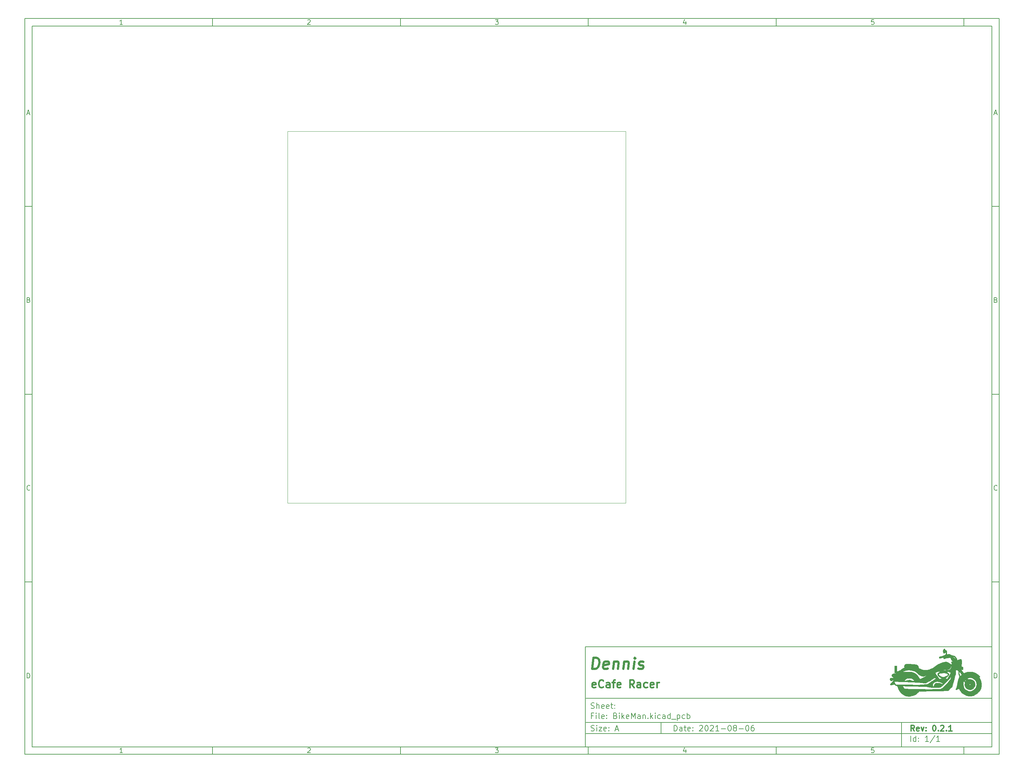
<source format=gbr>
%TF.GenerationSoftware,KiCad,Pcbnew,(5.99.0-11626-g43523df843)*%
%TF.CreationDate,2021-08-07T14:02:10-04:00*%
%TF.ProjectId,BikeMan,42696b65-4d61-46e2-9e6b-696361645f70,0.2.1*%
%TF.SameCoordinates,Original*%
%TF.FileFunction,Profile,NP*%
%FSLAX46Y46*%
G04 Gerber Fmt 4.6, Leading zero omitted, Abs format (unit mm)*
G04 Created by KiCad (PCBNEW (5.99.0-11626-g43523df843)) date 2021-08-07 14:02:10*
%MOMM*%
%LPD*%
G01*
G04 APERTURE LIST*
%ADD10C,0.100000*%
%ADD11C,0.150000*%
%ADD12C,0.300000*%
%ADD13C,0.600000*%
%ADD14C,0.400000*%
%TA.AperFunction,Profile*%
%ADD15C,0.100000*%
%TD*%
G04 APERTURE END LIST*
D10*
D11*
X159225488Y-177289968D02*
X159225488Y-203900024D01*
X267400024Y-203900024D01*
X267400024Y-177289968D01*
X159225488Y-177289968D01*
D10*
D11*
X10000000Y-10000000D02*
X10000000Y-205900000D01*
X269400000Y-205900000D01*
X269400000Y-10000000D01*
X10000000Y-10000000D01*
D10*
D11*
X12000000Y-12000000D02*
X12000000Y-203900000D01*
X267400000Y-203900000D01*
X267400000Y-12000000D01*
X12000000Y-12000000D01*
D10*
D11*
X60000000Y-12000000D02*
X60000000Y-10000000D01*
D10*
D11*
X110000000Y-12000000D02*
X110000000Y-10000000D01*
D10*
D11*
X160000000Y-12000000D02*
X160000000Y-10000000D01*
D10*
D11*
X210000000Y-12000000D02*
X210000000Y-10000000D01*
D10*
D11*
X260000000Y-12000000D02*
X260000000Y-10000000D01*
D10*
D11*
X36065476Y-11588095D02*
X35322619Y-11588095D01*
X35694047Y-11588095D02*
X35694047Y-10288095D01*
X35570238Y-10473809D01*
X35446428Y-10597619D01*
X35322619Y-10659523D01*
D10*
D11*
X85322619Y-10411904D02*
X85384523Y-10350000D01*
X85508333Y-10288095D01*
X85817857Y-10288095D01*
X85941666Y-10350000D01*
X86003571Y-10411904D01*
X86065476Y-10535714D01*
X86065476Y-10659523D01*
X86003571Y-10845238D01*
X85260714Y-11588095D01*
X86065476Y-11588095D01*
D10*
D11*
X135260714Y-10288095D02*
X136065476Y-10288095D01*
X135632142Y-10783333D01*
X135817857Y-10783333D01*
X135941666Y-10845238D01*
X136003571Y-10907142D01*
X136065476Y-11030952D01*
X136065476Y-11340476D01*
X136003571Y-11464285D01*
X135941666Y-11526190D01*
X135817857Y-11588095D01*
X135446428Y-11588095D01*
X135322619Y-11526190D01*
X135260714Y-11464285D01*
D10*
D11*
X185941666Y-10721428D02*
X185941666Y-11588095D01*
X185632142Y-10226190D02*
X185322619Y-11154761D01*
X186127380Y-11154761D01*
D10*
D11*
X236003571Y-10288095D02*
X235384523Y-10288095D01*
X235322619Y-10907142D01*
X235384523Y-10845238D01*
X235508333Y-10783333D01*
X235817857Y-10783333D01*
X235941666Y-10845238D01*
X236003571Y-10907142D01*
X236065476Y-11030952D01*
X236065476Y-11340476D01*
X236003571Y-11464285D01*
X235941666Y-11526190D01*
X235817857Y-11588095D01*
X235508333Y-11588095D01*
X235384523Y-11526190D01*
X235322619Y-11464285D01*
D10*
D11*
X60000000Y-203900000D02*
X60000000Y-205900000D01*
D10*
D11*
X110000000Y-203900000D02*
X110000000Y-205900000D01*
D10*
D11*
X160000000Y-203900000D02*
X160000000Y-205900000D01*
D10*
D11*
X210000000Y-203900000D02*
X210000000Y-205900000D01*
D10*
D11*
X260000000Y-203900000D02*
X260000000Y-205900000D01*
D10*
D11*
X36065476Y-205488095D02*
X35322619Y-205488095D01*
X35694047Y-205488095D02*
X35694047Y-204188095D01*
X35570238Y-204373809D01*
X35446428Y-204497619D01*
X35322619Y-204559523D01*
D10*
D11*
X85322619Y-204311904D02*
X85384523Y-204250000D01*
X85508333Y-204188095D01*
X85817857Y-204188095D01*
X85941666Y-204250000D01*
X86003571Y-204311904D01*
X86065476Y-204435714D01*
X86065476Y-204559523D01*
X86003571Y-204745238D01*
X85260714Y-205488095D01*
X86065476Y-205488095D01*
D10*
D11*
X135260714Y-204188095D02*
X136065476Y-204188095D01*
X135632142Y-204683333D01*
X135817857Y-204683333D01*
X135941666Y-204745238D01*
X136003571Y-204807142D01*
X136065476Y-204930952D01*
X136065476Y-205240476D01*
X136003571Y-205364285D01*
X135941666Y-205426190D01*
X135817857Y-205488095D01*
X135446428Y-205488095D01*
X135322619Y-205426190D01*
X135260714Y-205364285D01*
D10*
D11*
X185941666Y-204621428D02*
X185941666Y-205488095D01*
X185632142Y-204126190D02*
X185322619Y-205054761D01*
X186127380Y-205054761D01*
D10*
D11*
X236003571Y-204188095D02*
X235384523Y-204188095D01*
X235322619Y-204807142D01*
X235384523Y-204745238D01*
X235508333Y-204683333D01*
X235817857Y-204683333D01*
X235941666Y-204745238D01*
X236003571Y-204807142D01*
X236065476Y-204930952D01*
X236065476Y-205240476D01*
X236003571Y-205364285D01*
X235941666Y-205426190D01*
X235817857Y-205488095D01*
X235508333Y-205488095D01*
X235384523Y-205426190D01*
X235322619Y-205364285D01*
D10*
D11*
X10000000Y-60000000D02*
X12000000Y-60000000D01*
D10*
D11*
X10000000Y-110000000D02*
X12000000Y-110000000D01*
D10*
D11*
X10000000Y-160000000D02*
X12000000Y-160000000D01*
D10*
D11*
X10690476Y-35216666D02*
X11309523Y-35216666D01*
X10566666Y-35588095D02*
X11000000Y-34288095D01*
X11433333Y-35588095D01*
D10*
D11*
X11092857Y-84907142D02*
X11278571Y-84969047D01*
X11340476Y-85030952D01*
X11402380Y-85154761D01*
X11402380Y-85340476D01*
X11340476Y-85464285D01*
X11278571Y-85526190D01*
X11154761Y-85588095D01*
X10659523Y-85588095D01*
X10659523Y-84288095D01*
X11092857Y-84288095D01*
X11216666Y-84350000D01*
X11278571Y-84411904D01*
X11340476Y-84535714D01*
X11340476Y-84659523D01*
X11278571Y-84783333D01*
X11216666Y-84845238D01*
X11092857Y-84907142D01*
X10659523Y-84907142D01*
D10*
D11*
X11402380Y-135464285D02*
X11340476Y-135526190D01*
X11154761Y-135588095D01*
X11030952Y-135588095D01*
X10845238Y-135526190D01*
X10721428Y-135402380D01*
X10659523Y-135278571D01*
X10597619Y-135030952D01*
X10597619Y-134845238D01*
X10659523Y-134597619D01*
X10721428Y-134473809D01*
X10845238Y-134350000D01*
X11030952Y-134288095D01*
X11154761Y-134288095D01*
X11340476Y-134350000D01*
X11402380Y-134411904D01*
D10*
D11*
X10659523Y-185588095D02*
X10659523Y-184288095D01*
X10969047Y-184288095D01*
X11154761Y-184350000D01*
X11278571Y-184473809D01*
X11340476Y-184597619D01*
X11402380Y-184845238D01*
X11402380Y-185030952D01*
X11340476Y-185278571D01*
X11278571Y-185402380D01*
X11154761Y-185526190D01*
X10969047Y-185588095D01*
X10659523Y-185588095D01*
D10*
D11*
X269400000Y-60000000D02*
X267400000Y-60000000D01*
D10*
D11*
X269400000Y-110000000D02*
X267400000Y-110000000D01*
D10*
D11*
X269400000Y-160000000D02*
X267400000Y-160000000D01*
D10*
D11*
X268090476Y-35216666D02*
X268709523Y-35216666D01*
X267966666Y-35588095D02*
X268400000Y-34288095D01*
X268833333Y-35588095D01*
D10*
D11*
X268492857Y-84907142D02*
X268678571Y-84969047D01*
X268740476Y-85030952D01*
X268802380Y-85154761D01*
X268802380Y-85340476D01*
X268740476Y-85464285D01*
X268678571Y-85526190D01*
X268554761Y-85588095D01*
X268059523Y-85588095D01*
X268059523Y-84288095D01*
X268492857Y-84288095D01*
X268616666Y-84350000D01*
X268678571Y-84411904D01*
X268740476Y-84535714D01*
X268740476Y-84659523D01*
X268678571Y-84783333D01*
X268616666Y-84845238D01*
X268492857Y-84907142D01*
X268059523Y-84907142D01*
D10*
D11*
X268802380Y-135464285D02*
X268740476Y-135526190D01*
X268554761Y-135588095D01*
X268430952Y-135588095D01*
X268245238Y-135526190D01*
X268121428Y-135402380D01*
X268059523Y-135278571D01*
X267997619Y-135030952D01*
X267997619Y-134845238D01*
X268059523Y-134597619D01*
X268121428Y-134473809D01*
X268245238Y-134350000D01*
X268430952Y-134288095D01*
X268554761Y-134288095D01*
X268740476Y-134350000D01*
X268802380Y-134411904D01*
D10*
D11*
X268059523Y-185588095D02*
X268059523Y-184288095D01*
X268369047Y-184288095D01*
X268554761Y-184350000D01*
X268678571Y-184473809D01*
X268740476Y-184597619D01*
X268802380Y-184845238D01*
X268802380Y-185030952D01*
X268740476Y-185278571D01*
X268678571Y-185402380D01*
X268554761Y-185526190D01*
X268369047Y-185588095D01*
X268059523Y-185588095D01*
D10*
D11*
X182832142Y-199678571D02*
X182832142Y-198178571D01*
X183189285Y-198178571D01*
X183403571Y-198250000D01*
X183546428Y-198392857D01*
X183617857Y-198535714D01*
X183689285Y-198821428D01*
X183689285Y-199035714D01*
X183617857Y-199321428D01*
X183546428Y-199464285D01*
X183403571Y-199607142D01*
X183189285Y-199678571D01*
X182832142Y-199678571D01*
X184975000Y-199678571D02*
X184975000Y-198892857D01*
X184903571Y-198750000D01*
X184760714Y-198678571D01*
X184475000Y-198678571D01*
X184332142Y-198750000D01*
X184975000Y-199607142D02*
X184832142Y-199678571D01*
X184475000Y-199678571D01*
X184332142Y-199607142D01*
X184260714Y-199464285D01*
X184260714Y-199321428D01*
X184332142Y-199178571D01*
X184475000Y-199107142D01*
X184832142Y-199107142D01*
X184975000Y-199035714D01*
X185475000Y-198678571D02*
X186046428Y-198678571D01*
X185689285Y-198178571D02*
X185689285Y-199464285D01*
X185760714Y-199607142D01*
X185903571Y-199678571D01*
X186046428Y-199678571D01*
X187117857Y-199607142D02*
X186975000Y-199678571D01*
X186689285Y-199678571D01*
X186546428Y-199607142D01*
X186475000Y-199464285D01*
X186475000Y-198892857D01*
X186546428Y-198750000D01*
X186689285Y-198678571D01*
X186975000Y-198678571D01*
X187117857Y-198750000D01*
X187189285Y-198892857D01*
X187189285Y-199035714D01*
X186475000Y-199178571D01*
X187832142Y-199535714D02*
X187903571Y-199607142D01*
X187832142Y-199678571D01*
X187760714Y-199607142D01*
X187832142Y-199535714D01*
X187832142Y-199678571D01*
X187832142Y-198750000D02*
X187903571Y-198821428D01*
X187832142Y-198892857D01*
X187760714Y-198821428D01*
X187832142Y-198750000D01*
X187832142Y-198892857D01*
X189617857Y-198321428D02*
X189689285Y-198250000D01*
X189832142Y-198178571D01*
X190189285Y-198178571D01*
X190332142Y-198250000D01*
X190403571Y-198321428D01*
X190475000Y-198464285D01*
X190475000Y-198607142D01*
X190403571Y-198821428D01*
X189546428Y-199678571D01*
X190475000Y-199678571D01*
X191403571Y-198178571D02*
X191546428Y-198178571D01*
X191689285Y-198250000D01*
X191760714Y-198321428D01*
X191832142Y-198464285D01*
X191903571Y-198750000D01*
X191903571Y-199107142D01*
X191832142Y-199392857D01*
X191760714Y-199535714D01*
X191689285Y-199607142D01*
X191546428Y-199678571D01*
X191403571Y-199678571D01*
X191260714Y-199607142D01*
X191189285Y-199535714D01*
X191117857Y-199392857D01*
X191046428Y-199107142D01*
X191046428Y-198750000D01*
X191117857Y-198464285D01*
X191189285Y-198321428D01*
X191260714Y-198250000D01*
X191403571Y-198178571D01*
X192475000Y-198321428D02*
X192546428Y-198250000D01*
X192689285Y-198178571D01*
X193046428Y-198178571D01*
X193189285Y-198250000D01*
X193260714Y-198321428D01*
X193332142Y-198464285D01*
X193332142Y-198607142D01*
X193260714Y-198821428D01*
X192403571Y-199678571D01*
X193332142Y-199678571D01*
X194760714Y-199678571D02*
X193903571Y-199678571D01*
X194332142Y-199678571D02*
X194332142Y-198178571D01*
X194189285Y-198392857D01*
X194046428Y-198535714D01*
X193903571Y-198607142D01*
X195403571Y-199107142D02*
X196546428Y-199107142D01*
X197546428Y-198178571D02*
X197689285Y-198178571D01*
X197832142Y-198250000D01*
X197903571Y-198321428D01*
X197975000Y-198464285D01*
X198046428Y-198750000D01*
X198046428Y-199107142D01*
X197975000Y-199392857D01*
X197903571Y-199535714D01*
X197832142Y-199607142D01*
X197689285Y-199678571D01*
X197546428Y-199678571D01*
X197403571Y-199607142D01*
X197332142Y-199535714D01*
X197260714Y-199392857D01*
X197189285Y-199107142D01*
X197189285Y-198750000D01*
X197260714Y-198464285D01*
X197332142Y-198321428D01*
X197403571Y-198250000D01*
X197546428Y-198178571D01*
X198903571Y-198821428D02*
X198760714Y-198750000D01*
X198689285Y-198678571D01*
X198617857Y-198535714D01*
X198617857Y-198464285D01*
X198689285Y-198321428D01*
X198760714Y-198250000D01*
X198903571Y-198178571D01*
X199189285Y-198178571D01*
X199332142Y-198250000D01*
X199403571Y-198321428D01*
X199475000Y-198464285D01*
X199475000Y-198535714D01*
X199403571Y-198678571D01*
X199332142Y-198750000D01*
X199189285Y-198821428D01*
X198903571Y-198821428D01*
X198760714Y-198892857D01*
X198689285Y-198964285D01*
X198617857Y-199107142D01*
X198617857Y-199392857D01*
X198689285Y-199535714D01*
X198760714Y-199607142D01*
X198903571Y-199678571D01*
X199189285Y-199678571D01*
X199332142Y-199607142D01*
X199403571Y-199535714D01*
X199475000Y-199392857D01*
X199475000Y-199107142D01*
X199403571Y-198964285D01*
X199332142Y-198892857D01*
X199189285Y-198821428D01*
X200117857Y-199107142D02*
X201260714Y-199107142D01*
X202260714Y-198178571D02*
X202403571Y-198178571D01*
X202546428Y-198250000D01*
X202617857Y-198321428D01*
X202689285Y-198464285D01*
X202760714Y-198750000D01*
X202760714Y-199107142D01*
X202689285Y-199392857D01*
X202617857Y-199535714D01*
X202546428Y-199607142D01*
X202403571Y-199678571D01*
X202260714Y-199678571D01*
X202117857Y-199607142D01*
X202046428Y-199535714D01*
X201975000Y-199392857D01*
X201903571Y-199107142D01*
X201903571Y-198750000D01*
X201975000Y-198464285D01*
X202046428Y-198321428D01*
X202117857Y-198250000D01*
X202260714Y-198178571D01*
X204046428Y-198178571D02*
X203760714Y-198178571D01*
X203617857Y-198250000D01*
X203546428Y-198321428D01*
X203403571Y-198535714D01*
X203332142Y-198821428D01*
X203332142Y-199392857D01*
X203403571Y-199535714D01*
X203475000Y-199607142D01*
X203617857Y-199678571D01*
X203903571Y-199678571D01*
X204046428Y-199607142D01*
X204117857Y-199535714D01*
X204189285Y-199392857D01*
X204189285Y-199035714D01*
X204117857Y-198892857D01*
X204046428Y-198821428D01*
X203903571Y-198750000D01*
X203617857Y-198750000D01*
X203475000Y-198821428D01*
X203403571Y-198892857D01*
X203332142Y-199035714D01*
D10*
D11*
X159400000Y-200400000D02*
X267400000Y-200400000D01*
D10*
D11*
X159400000Y-197400000D02*
X267400000Y-197400000D01*
D10*
D12*
X246809285Y-199678571D02*
X246309285Y-198964285D01*
X245952142Y-199678571D02*
X245952142Y-198178571D01*
X246523571Y-198178571D01*
X246666428Y-198250000D01*
X246737857Y-198321428D01*
X246809285Y-198464285D01*
X246809285Y-198678571D01*
X246737857Y-198821428D01*
X246666428Y-198892857D01*
X246523571Y-198964285D01*
X245952142Y-198964285D01*
X248023571Y-199607142D02*
X247880714Y-199678571D01*
X247595000Y-199678571D01*
X247452142Y-199607142D01*
X247380714Y-199464285D01*
X247380714Y-198892857D01*
X247452142Y-198750000D01*
X247595000Y-198678571D01*
X247880714Y-198678571D01*
X248023571Y-198750000D01*
X248095000Y-198892857D01*
X248095000Y-199035714D01*
X247380714Y-199178571D01*
X248595000Y-198678571D02*
X248952142Y-199678571D01*
X249309285Y-198678571D01*
X249880714Y-199535714D02*
X249952142Y-199607142D01*
X249880714Y-199678571D01*
X249809285Y-199607142D01*
X249880714Y-199535714D01*
X249880714Y-199678571D01*
X249880714Y-198750000D02*
X249952142Y-198821428D01*
X249880714Y-198892857D01*
X249809285Y-198821428D01*
X249880714Y-198750000D01*
X249880714Y-198892857D01*
X252023571Y-198178571D02*
X252166428Y-198178571D01*
X252309285Y-198250000D01*
X252380714Y-198321428D01*
X252452142Y-198464285D01*
X252523571Y-198750000D01*
X252523571Y-199107142D01*
X252452142Y-199392857D01*
X252380714Y-199535714D01*
X252309285Y-199607142D01*
X252166428Y-199678571D01*
X252023571Y-199678571D01*
X251880714Y-199607142D01*
X251809285Y-199535714D01*
X251737857Y-199392857D01*
X251666428Y-199107142D01*
X251666428Y-198750000D01*
X251737857Y-198464285D01*
X251809285Y-198321428D01*
X251880714Y-198250000D01*
X252023571Y-198178571D01*
X253166428Y-199535714D02*
X253237857Y-199607142D01*
X253166428Y-199678571D01*
X253095000Y-199607142D01*
X253166428Y-199535714D01*
X253166428Y-199678571D01*
X253809285Y-198321428D02*
X253880714Y-198250000D01*
X254023571Y-198178571D01*
X254380714Y-198178571D01*
X254523571Y-198250000D01*
X254595000Y-198321428D01*
X254666428Y-198464285D01*
X254666428Y-198607142D01*
X254595000Y-198821428D01*
X253737857Y-199678571D01*
X254666428Y-199678571D01*
X255309285Y-199535714D02*
X255380714Y-199607142D01*
X255309285Y-199678571D01*
X255237857Y-199607142D01*
X255309285Y-199535714D01*
X255309285Y-199678571D01*
X256809285Y-199678571D02*
X255952142Y-199678571D01*
X256380714Y-199678571D02*
X256380714Y-198178571D01*
X256237857Y-198392857D01*
X256095000Y-198535714D01*
X255952142Y-198607142D01*
D10*
D11*
X160760714Y-199607142D02*
X160975000Y-199678571D01*
X161332142Y-199678571D01*
X161475000Y-199607142D01*
X161546428Y-199535714D01*
X161617857Y-199392857D01*
X161617857Y-199250000D01*
X161546428Y-199107142D01*
X161475000Y-199035714D01*
X161332142Y-198964285D01*
X161046428Y-198892857D01*
X160903571Y-198821428D01*
X160832142Y-198750000D01*
X160760714Y-198607142D01*
X160760714Y-198464285D01*
X160832142Y-198321428D01*
X160903571Y-198250000D01*
X161046428Y-198178571D01*
X161403571Y-198178571D01*
X161617857Y-198250000D01*
X162260714Y-199678571D02*
X162260714Y-198678571D01*
X162260714Y-198178571D02*
X162189285Y-198250000D01*
X162260714Y-198321428D01*
X162332142Y-198250000D01*
X162260714Y-198178571D01*
X162260714Y-198321428D01*
X162832142Y-198678571D02*
X163617857Y-198678571D01*
X162832142Y-199678571D01*
X163617857Y-199678571D01*
X164760714Y-199607142D02*
X164617857Y-199678571D01*
X164332142Y-199678571D01*
X164189285Y-199607142D01*
X164117857Y-199464285D01*
X164117857Y-198892857D01*
X164189285Y-198750000D01*
X164332142Y-198678571D01*
X164617857Y-198678571D01*
X164760714Y-198750000D01*
X164832142Y-198892857D01*
X164832142Y-199035714D01*
X164117857Y-199178571D01*
X165475000Y-199535714D02*
X165546428Y-199607142D01*
X165475000Y-199678571D01*
X165403571Y-199607142D01*
X165475000Y-199535714D01*
X165475000Y-199678571D01*
X165475000Y-198750000D02*
X165546428Y-198821428D01*
X165475000Y-198892857D01*
X165403571Y-198821428D01*
X165475000Y-198750000D01*
X165475000Y-198892857D01*
X167260714Y-199250000D02*
X167975000Y-199250000D01*
X167117857Y-199678571D02*
X167617857Y-198178571D01*
X168117857Y-199678571D01*
D10*
D11*
X245832142Y-202478571D02*
X245832142Y-200978571D01*
X247189285Y-202478571D02*
X247189285Y-200978571D01*
X247189285Y-202407142D02*
X247046428Y-202478571D01*
X246760714Y-202478571D01*
X246617857Y-202407142D01*
X246546428Y-202335714D01*
X246475000Y-202192857D01*
X246475000Y-201764285D01*
X246546428Y-201621428D01*
X246617857Y-201550000D01*
X246760714Y-201478571D01*
X247046428Y-201478571D01*
X247189285Y-201550000D01*
X247903571Y-202335714D02*
X247975000Y-202407142D01*
X247903571Y-202478571D01*
X247832142Y-202407142D01*
X247903571Y-202335714D01*
X247903571Y-202478571D01*
X247903571Y-201550000D02*
X247975000Y-201621428D01*
X247903571Y-201692857D01*
X247832142Y-201621428D01*
X247903571Y-201550000D01*
X247903571Y-201692857D01*
X250546428Y-202478571D02*
X249689285Y-202478571D01*
X250117857Y-202478571D02*
X250117857Y-200978571D01*
X249975000Y-201192857D01*
X249832142Y-201335714D01*
X249689285Y-201407142D01*
X252260714Y-200907142D02*
X250975000Y-202835714D01*
X253546428Y-202478571D02*
X252689285Y-202478571D01*
X253117857Y-202478571D02*
X253117857Y-200978571D01*
X252975000Y-201192857D01*
X252832142Y-201335714D01*
X252689285Y-201407142D01*
D10*
D13*
X161005998Y-183137830D02*
X161380998Y-180137830D01*
X162095284Y-180137830D01*
X162505998Y-180280688D01*
X162755998Y-180566402D01*
X162863141Y-180852116D01*
X162934570Y-181423545D01*
X162880998Y-181852116D01*
X162666713Y-182423545D01*
X162488141Y-182709259D01*
X162166713Y-182994973D01*
X161720284Y-183137830D01*
X161005998Y-183137830D01*
X165166713Y-182994973D02*
X164863141Y-183137830D01*
X164291713Y-183137830D01*
X164023856Y-182994973D01*
X163916713Y-182709259D01*
X164059570Y-181566402D01*
X164238141Y-181280688D01*
X164541713Y-181137830D01*
X165113141Y-181137830D01*
X165380998Y-181280688D01*
X165488141Y-181566402D01*
X165452427Y-181852116D01*
X163988141Y-182137830D01*
X166827427Y-181137830D02*
X166577427Y-183137830D01*
X166791713Y-181423545D02*
X166952427Y-181280688D01*
X167255998Y-181137830D01*
X167684570Y-181137830D01*
X167952427Y-181280688D01*
X168059570Y-181566402D01*
X167863141Y-183137830D01*
X169541713Y-181137830D02*
X169291713Y-183137830D01*
X169505998Y-181423545D02*
X169666713Y-181280688D01*
X169970284Y-181137830D01*
X170398856Y-181137830D01*
X170666713Y-181280688D01*
X170773856Y-181566402D01*
X170577427Y-183137830D01*
X172005998Y-183137830D02*
X172255998Y-181137830D01*
X172380998Y-180137830D02*
X172220284Y-180280688D01*
X172345284Y-180423545D01*
X172505998Y-180280688D01*
X172380998Y-180137830D01*
X172345284Y-180423545D01*
X173309570Y-182994973D02*
X173577427Y-183137830D01*
X174148856Y-183137830D01*
X174452427Y-182994973D01*
X174630998Y-182709259D01*
X174648856Y-182566402D01*
X174541713Y-182280688D01*
X174273856Y-182137830D01*
X173845284Y-182137830D01*
X173577427Y-181994973D01*
X173470284Y-181709259D01*
X173488141Y-181566402D01*
X173666713Y-181280688D01*
X173970284Y-181137830D01*
X174398856Y-181137830D01*
X174666713Y-181280688D01*
D10*
D11*
X161332126Y-195622209D02*
X160832126Y-195622209D01*
X160832126Y-196407923D02*
X160832126Y-194907923D01*
X161546412Y-194907923D01*
X162117841Y-196407923D02*
X162117841Y-195407923D01*
X162117841Y-194907923D02*
X162046412Y-194979352D01*
X162117841Y-195050780D01*
X162189269Y-194979352D01*
X162117841Y-194907923D01*
X162117841Y-195050780D01*
X163046412Y-196407923D02*
X162903555Y-196336494D01*
X162832126Y-196193637D01*
X162832126Y-194907923D01*
X164189269Y-196336494D02*
X164046412Y-196407923D01*
X163760698Y-196407923D01*
X163617841Y-196336494D01*
X163546412Y-196193637D01*
X163546412Y-195622209D01*
X163617841Y-195479352D01*
X163760698Y-195407923D01*
X164046412Y-195407923D01*
X164189269Y-195479352D01*
X164260698Y-195622209D01*
X164260698Y-195765066D01*
X163546412Y-195907923D01*
X164903555Y-196265066D02*
X164974984Y-196336494D01*
X164903555Y-196407923D01*
X164832126Y-196336494D01*
X164903555Y-196265066D01*
X164903555Y-196407923D01*
X164903555Y-195479352D02*
X164974984Y-195550780D01*
X164903555Y-195622209D01*
X164832126Y-195550780D01*
X164903555Y-195479352D01*
X164903555Y-195622209D01*
X167260698Y-195622209D02*
X167474984Y-195693637D01*
X167546412Y-195765066D01*
X167617841Y-195907923D01*
X167617841Y-196122209D01*
X167546412Y-196265066D01*
X167474984Y-196336494D01*
X167332126Y-196407923D01*
X166760698Y-196407923D01*
X166760698Y-194907923D01*
X167260698Y-194907923D01*
X167403555Y-194979352D01*
X167474984Y-195050780D01*
X167546412Y-195193637D01*
X167546412Y-195336494D01*
X167474984Y-195479352D01*
X167403555Y-195550780D01*
X167260698Y-195622209D01*
X166760698Y-195622209D01*
X168260698Y-196407923D02*
X168260698Y-195407923D01*
X168260698Y-194907923D02*
X168189269Y-194979352D01*
X168260698Y-195050780D01*
X168332126Y-194979352D01*
X168260698Y-194907923D01*
X168260698Y-195050780D01*
X168974984Y-196407923D02*
X168974984Y-194907923D01*
X169117841Y-195836494D02*
X169546412Y-196407923D01*
X169546412Y-195407923D02*
X168974984Y-195979352D01*
X170760698Y-196336494D02*
X170617841Y-196407923D01*
X170332126Y-196407923D01*
X170189269Y-196336494D01*
X170117841Y-196193637D01*
X170117841Y-195622209D01*
X170189269Y-195479352D01*
X170332126Y-195407923D01*
X170617841Y-195407923D01*
X170760698Y-195479352D01*
X170832126Y-195622209D01*
X170832126Y-195765066D01*
X170117841Y-195907923D01*
X171474984Y-196407923D02*
X171474984Y-194907923D01*
X171974984Y-195979352D01*
X172474984Y-194907923D01*
X172474984Y-196407923D01*
X173832126Y-196407923D02*
X173832126Y-195622209D01*
X173760698Y-195479352D01*
X173617841Y-195407923D01*
X173332126Y-195407923D01*
X173189269Y-195479352D01*
X173832126Y-196336494D02*
X173689269Y-196407923D01*
X173332126Y-196407923D01*
X173189269Y-196336494D01*
X173117841Y-196193637D01*
X173117841Y-196050780D01*
X173189269Y-195907923D01*
X173332126Y-195836494D01*
X173689269Y-195836494D01*
X173832126Y-195765066D01*
X174546412Y-195407923D02*
X174546412Y-196407923D01*
X174546412Y-195550780D02*
X174617841Y-195479352D01*
X174760698Y-195407923D01*
X174974984Y-195407923D01*
X175117841Y-195479352D01*
X175189269Y-195622209D01*
X175189269Y-196407923D01*
X175903555Y-196265066D02*
X175974984Y-196336494D01*
X175903555Y-196407923D01*
X175832126Y-196336494D01*
X175903555Y-196265066D01*
X175903555Y-196407923D01*
X176617841Y-196407923D02*
X176617841Y-194907923D01*
X176760698Y-195836494D02*
X177189269Y-196407923D01*
X177189269Y-195407923D02*
X176617841Y-195979352D01*
X177832126Y-196407923D02*
X177832126Y-195407923D01*
X177832126Y-194907923D02*
X177760698Y-194979352D01*
X177832126Y-195050780D01*
X177903555Y-194979352D01*
X177832126Y-194907923D01*
X177832126Y-195050780D01*
X179189269Y-196336494D02*
X179046412Y-196407923D01*
X178760698Y-196407923D01*
X178617841Y-196336494D01*
X178546412Y-196265066D01*
X178474984Y-196122209D01*
X178474984Y-195693637D01*
X178546412Y-195550780D01*
X178617841Y-195479352D01*
X178760698Y-195407923D01*
X179046412Y-195407923D01*
X179189269Y-195479352D01*
X180474984Y-196407923D02*
X180474984Y-195622209D01*
X180403555Y-195479352D01*
X180260698Y-195407923D01*
X179974984Y-195407923D01*
X179832126Y-195479352D01*
X180474984Y-196336494D02*
X180332126Y-196407923D01*
X179974984Y-196407923D01*
X179832126Y-196336494D01*
X179760698Y-196193637D01*
X179760698Y-196050780D01*
X179832126Y-195907923D01*
X179974984Y-195836494D01*
X180332126Y-195836494D01*
X180474984Y-195765066D01*
X181832126Y-196407923D02*
X181832126Y-194907923D01*
X181832126Y-196336494D02*
X181689269Y-196407923D01*
X181403555Y-196407923D01*
X181260698Y-196336494D01*
X181189269Y-196265066D01*
X181117841Y-196122209D01*
X181117841Y-195693637D01*
X181189269Y-195550780D01*
X181260698Y-195479352D01*
X181403555Y-195407923D01*
X181689269Y-195407923D01*
X181832126Y-195479352D01*
X182189269Y-196550780D02*
X183332126Y-196550780D01*
X183689269Y-195407923D02*
X183689269Y-196907923D01*
X183689269Y-195479352D02*
X183832126Y-195407923D01*
X184117841Y-195407923D01*
X184260698Y-195479352D01*
X184332126Y-195550780D01*
X184403555Y-195693637D01*
X184403555Y-196122209D01*
X184332126Y-196265066D01*
X184260698Y-196336494D01*
X184117841Y-196407923D01*
X183832126Y-196407923D01*
X183689269Y-196336494D01*
X185689269Y-196336494D02*
X185546412Y-196407923D01*
X185260698Y-196407923D01*
X185117841Y-196336494D01*
X185046412Y-196265066D01*
X184974984Y-196122209D01*
X184974984Y-195693637D01*
X185046412Y-195550780D01*
X185117841Y-195479352D01*
X185260698Y-195407923D01*
X185546412Y-195407923D01*
X185689269Y-195479352D01*
X186332126Y-196407923D02*
X186332126Y-194907923D01*
X186332126Y-195479352D02*
X186474984Y-195407923D01*
X186760698Y-195407923D01*
X186903555Y-195479352D01*
X186974984Y-195550780D01*
X187046412Y-195693637D01*
X187046412Y-196122209D01*
X186974984Y-196265066D01*
X186903555Y-196336494D01*
X186760698Y-196407923D01*
X186474984Y-196407923D01*
X186332126Y-196336494D01*
D10*
D11*
X159400240Y-191013080D02*
X267400240Y-191013080D01*
D10*
D11*
X160760698Y-193635966D02*
X160974984Y-193707395D01*
X161332126Y-193707395D01*
X161474984Y-193635966D01*
X161546412Y-193564538D01*
X161617841Y-193421681D01*
X161617841Y-193278824D01*
X161546412Y-193135966D01*
X161474984Y-193064538D01*
X161332126Y-192993109D01*
X161046412Y-192921681D01*
X160903555Y-192850252D01*
X160832126Y-192778824D01*
X160760698Y-192635966D01*
X160760698Y-192493109D01*
X160832126Y-192350252D01*
X160903555Y-192278824D01*
X161046412Y-192207395D01*
X161403555Y-192207395D01*
X161617841Y-192278824D01*
X162260698Y-193707395D02*
X162260698Y-192207395D01*
X162903555Y-193707395D02*
X162903555Y-192921681D01*
X162832126Y-192778824D01*
X162689269Y-192707395D01*
X162474984Y-192707395D01*
X162332126Y-192778824D01*
X162260698Y-192850252D01*
X164189269Y-193635966D02*
X164046412Y-193707395D01*
X163760698Y-193707395D01*
X163617841Y-193635966D01*
X163546412Y-193493109D01*
X163546412Y-192921681D01*
X163617841Y-192778824D01*
X163760698Y-192707395D01*
X164046412Y-192707395D01*
X164189269Y-192778824D01*
X164260698Y-192921681D01*
X164260698Y-193064538D01*
X163546412Y-193207395D01*
X165474984Y-193635966D02*
X165332126Y-193707395D01*
X165046412Y-193707395D01*
X164903555Y-193635966D01*
X164832126Y-193493109D01*
X164832126Y-192921681D01*
X164903555Y-192778824D01*
X165046412Y-192707395D01*
X165332126Y-192707395D01*
X165474984Y-192778824D01*
X165546412Y-192921681D01*
X165546412Y-193064538D01*
X164832126Y-193207395D01*
X165974984Y-192707395D02*
X166546412Y-192707395D01*
X166189269Y-192207395D02*
X166189269Y-193493109D01*
X166260698Y-193635966D01*
X166403555Y-193707395D01*
X166546412Y-193707395D01*
X167046412Y-193564538D02*
X167117841Y-193635966D01*
X167046412Y-193707395D01*
X166974984Y-193635966D01*
X167046412Y-193564538D01*
X167046412Y-193707395D01*
X167046412Y-192778824D02*
X167117841Y-192850252D01*
X167046412Y-192921681D01*
X166974984Y-192850252D01*
X167046412Y-192778824D01*
X167046412Y-192921681D01*
D10*
D14*
X161898079Y-187999395D02*
X161707603Y-188094633D01*
X161326650Y-188094633D01*
X161136174Y-187999395D01*
X161040936Y-187808919D01*
X161040936Y-187047014D01*
X161136174Y-186856538D01*
X161326650Y-186761300D01*
X161707603Y-186761300D01*
X161898079Y-186856538D01*
X161993317Y-187047014D01*
X161993317Y-187237491D01*
X161040936Y-187427967D01*
X163993317Y-187904157D02*
X163898079Y-187999395D01*
X163612364Y-188094633D01*
X163421888Y-188094633D01*
X163136174Y-187999395D01*
X162945698Y-187808919D01*
X162850460Y-187618443D01*
X162755222Y-187237491D01*
X162755222Y-186951776D01*
X162850460Y-186570824D01*
X162945698Y-186380348D01*
X163136174Y-186189872D01*
X163421888Y-186094633D01*
X163612364Y-186094633D01*
X163898079Y-186189872D01*
X163993317Y-186285110D01*
X165707603Y-188094633D02*
X165707603Y-187047014D01*
X165612364Y-186856538D01*
X165421888Y-186761300D01*
X165040936Y-186761300D01*
X164850460Y-186856538D01*
X165707603Y-187999395D02*
X165517126Y-188094633D01*
X165040936Y-188094633D01*
X164850460Y-187999395D01*
X164755222Y-187808919D01*
X164755222Y-187618443D01*
X164850460Y-187427967D01*
X165040936Y-187332729D01*
X165517126Y-187332729D01*
X165707603Y-187237491D01*
X166374269Y-186761300D02*
X167136174Y-186761300D01*
X166659984Y-188094633D02*
X166659984Y-186380348D01*
X166755222Y-186189872D01*
X166945698Y-186094633D01*
X167136174Y-186094633D01*
X168564745Y-187999395D02*
X168374269Y-188094633D01*
X167993317Y-188094633D01*
X167802841Y-187999395D01*
X167707603Y-187808919D01*
X167707603Y-187047014D01*
X167802841Y-186856538D01*
X167993317Y-186761300D01*
X168374269Y-186761300D01*
X168564745Y-186856538D01*
X168659984Y-187047014D01*
X168659984Y-187237491D01*
X167707603Y-187427967D01*
X172183793Y-188094633D02*
X171517126Y-187142252D01*
X171040936Y-188094633D02*
X171040936Y-186094633D01*
X171802841Y-186094633D01*
X171993317Y-186189872D01*
X172088555Y-186285110D01*
X172183793Y-186475586D01*
X172183793Y-186761300D01*
X172088555Y-186951776D01*
X171993317Y-187047014D01*
X171802841Y-187142252D01*
X171040936Y-187142252D01*
X173898079Y-188094633D02*
X173898079Y-187047014D01*
X173802841Y-186856538D01*
X173612364Y-186761300D01*
X173231412Y-186761300D01*
X173040936Y-186856538D01*
X173898079Y-187999395D02*
X173707603Y-188094633D01*
X173231412Y-188094633D01*
X173040936Y-187999395D01*
X172945698Y-187808919D01*
X172945698Y-187618443D01*
X173040936Y-187427967D01*
X173231412Y-187332729D01*
X173707603Y-187332729D01*
X173898079Y-187237491D01*
X175707603Y-187999395D02*
X175517126Y-188094633D01*
X175136174Y-188094633D01*
X174945698Y-187999395D01*
X174850460Y-187904157D01*
X174755222Y-187713681D01*
X174755222Y-187142252D01*
X174850460Y-186951776D01*
X174945698Y-186856538D01*
X175136174Y-186761300D01*
X175517126Y-186761300D01*
X175707603Y-186856538D01*
X177326650Y-187999395D02*
X177136174Y-188094633D01*
X176755222Y-188094633D01*
X176564745Y-187999395D01*
X176469507Y-187808919D01*
X176469507Y-187047014D01*
X176564745Y-186856538D01*
X176755222Y-186761300D01*
X177136174Y-186761300D01*
X177326650Y-186856538D01*
X177421888Y-187047014D01*
X177421888Y-187237491D01*
X176469507Y-187427967D01*
X178279031Y-188094633D02*
X178279031Y-186761300D01*
X178279031Y-187142252D02*
X178374269Y-186951776D01*
X178469507Y-186856538D01*
X178659984Y-186761300D01*
X178850460Y-186761300D01*
D10*
D11*
D10*
D11*
X179400000Y-197400000D02*
X179400000Y-200400000D01*
D10*
D11*
X243400000Y-197400000D02*
X243400000Y-203900000D01*
D10*
G36*
X254871287Y-177823007D02*
G01*
X254915287Y-177937007D01*
X255031287Y-178139007D01*
X255160287Y-178202007D01*
X255293287Y-178245007D01*
X255373287Y-178389007D01*
X255409287Y-178661007D01*
X255415287Y-178886007D01*
X255421287Y-179147007D01*
X255466287Y-179268007D01*
X255589287Y-179282007D01*
X255830287Y-179219007D01*
X255838287Y-179217007D01*
X256053287Y-179172007D01*
X256184287Y-179209007D01*
X256267287Y-179291007D01*
X256430287Y-179405007D01*
X256681288Y-179495007D01*
X256775288Y-179515007D01*
X257319287Y-179663007D01*
X257722288Y-179905007D01*
X257984288Y-180240007D01*
X258093287Y-180586007D01*
X258143287Y-180895007D01*
X258411287Y-180737007D01*
X258682287Y-180619007D01*
X258963287Y-180555007D01*
X258967288Y-180555007D01*
X259172287Y-180558007D01*
X259275288Y-180636007D01*
X259316288Y-180742007D01*
X259365287Y-181033007D01*
X259383288Y-181411007D01*
X259371288Y-181796007D01*
X259329287Y-182109007D01*
X259318288Y-182152007D01*
X259293287Y-182412007D01*
X259397287Y-182564007D01*
X259580288Y-182605007D01*
X259677287Y-182636007D01*
X259722288Y-182758007D01*
X259733287Y-182986007D01*
X259720287Y-183227007D01*
X259671287Y-183340007D01*
X259580288Y-183367007D01*
X259392287Y-183313007D01*
X259326287Y-183265007D01*
X259235287Y-183193007D01*
X259235287Y-183246007D01*
X259320287Y-183410007D01*
X259484288Y-183671007D01*
X259566288Y-183795007D01*
X259737287Y-184041007D01*
X259868287Y-184220007D01*
X259934287Y-184297007D01*
X259937287Y-184298007D01*
X260023287Y-184266007D01*
X260214287Y-184184007D01*
X260378288Y-184110007D01*
X260636287Y-184011007D01*
X260908287Y-183953007D01*
X261251288Y-183928007D01*
X261553287Y-183925007D01*
X262220287Y-183971007D01*
X262782288Y-184113007D01*
X263283287Y-184366007D01*
X263754287Y-184736007D01*
X264030287Y-185000007D01*
X264178287Y-185175007D01*
X264205288Y-185275007D01*
X264121288Y-185313007D01*
X264087288Y-185314007D01*
X264012287Y-185335007D01*
X264044288Y-185422007D01*
X264126288Y-185533007D01*
X264374287Y-185962007D01*
X264548287Y-186495007D01*
X264639287Y-187080007D01*
X264640288Y-187664007D01*
X264545287Y-188196007D01*
X264518287Y-188278007D01*
X264209287Y-188911007D01*
X263766287Y-189464007D01*
X263215288Y-189913007D01*
X262582287Y-190231007D01*
X262459287Y-190273007D01*
X261830288Y-190390007D01*
X261179288Y-190360007D01*
X260539288Y-190197007D01*
X259941288Y-189914007D01*
X259418287Y-189523007D01*
X259002287Y-189038007D01*
X258877287Y-188828007D01*
X258751288Y-188611007D01*
X258652288Y-188473007D01*
X258618287Y-188447007D01*
X258513288Y-188478007D01*
X258309287Y-188556007D01*
X258173287Y-188613007D01*
X257944287Y-188700007D01*
X257819287Y-188706007D01*
X257792287Y-188614007D01*
X257858287Y-188407007D01*
X257996288Y-188095007D01*
X258139287Y-187699007D01*
X258206287Y-187319007D01*
X258206287Y-187310007D01*
X259778287Y-187310007D01*
X259849288Y-187855007D01*
X260068288Y-188318007D01*
X260432287Y-188695007D01*
X260738287Y-188888007D01*
X261211287Y-189076007D01*
X261654287Y-189115007D01*
X262111287Y-189004007D01*
X262363287Y-188891007D01*
X262806288Y-188582007D01*
X263126288Y-188186007D01*
X263318288Y-187732007D01*
X263378288Y-187248007D01*
X263301288Y-186764007D01*
X263084287Y-186308007D01*
X262787288Y-185965007D01*
X262339287Y-185656007D01*
X261850287Y-185509007D01*
X261414288Y-185504007D01*
X261110287Y-185546007D01*
X260953288Y-185606007D01*
X260923287Y-185701007D01*
X260969287Y-185800007D01*
X261071287Y-185885007D01*
X261262287Y-185920007D01*
X261517287Y-185918007D01*
X261979288Y-185967007D01*
X262361287Y-186144007D01*
X262656287Y-186419007D01*
X262855287Y-186767007D01*
X262948288Y-187159007D01*
X262927287Y-187569007D01*
X262784287Y-187969007D01*
X262509287Y-188331007D01*
X262340288Y-188474007D01*
X262069287Y-188601007D01*
X261704287Y-188673007D01*
X261662288Y-188676007D01*
X261181288Y-188636007D01*
X260774287Y-188456007D01*
X260459287Y-188156007D01*
X260256287Y-187755007D01*
X260181288Y-187274007D01*
X260182287Y-187252007D01*
X261430287Y-187252007D01*
X261450288Y-187378007D01*
X261539288Y-187431007D01*
X261682287Y-187394007D01*
X261707287Y-187375007D01*
X261713287Y-187277007D01*
X261632287Y-187172007D01*
X261525288Y-187132007D01*
X261501288Y-187140007D01*
X261430287Y-187252007D01*
X260182287Y-187252007D01*
X260190287Y-187080007D01*
X260205288Y-186765007D01*
X260172287Y-186578007D01*
X260117287Y-186503007D01*
X259994287Y-186476007D01*
X259891287Y-186597007D01*
X259817287Y-186845007D01*
X259780287Y-187201007D01*
X259778287Y-187310007D01*
X258206287Y-187310007D01*
X258208287Y-187258007D01*
X258244287Y-186845007D01*
X258340288Y-186384007D01*
X258428287Y-186099007D01*
X260180287Y-186099007D01*
X260203288Y-186234007D01*
X260244287Y-186292007D01*
X260394287Y-186407007D01*
X260515288Y-186363007D01*
X260530287Y-186341007D01*
X260509287Y-186237007D01*
X260416287Y-186124007D01*
X260266287Y-186048007D01*
X260180287Y-186099007D01*
X258428287Y-186099007D01*
X258476287Y-185948007D01*
X258634287Y-185607007D01*
X258639287Y-185598007D01*
X258745287Y-185404007D01*
X258760287Y-185262007D01*
X258688288Y-185088007D01*
X258678287Y-185069007D01*
X258596287Y-184806007D01*
X258552287Y-184439007D01*
X258547287Y-184260007D01*
X258539288Y-184036007D01*
X258717288Y-184036007D01*
X258735287Y-184273007D01*
X258782288Y-184545007D01*
X258844287Y-184802007D01*
X258911287Y-184990007D01*
X258966287Y-185060007D01*
X259060287Y-185004007D01*
X259202287Y-184870007D01*
X259379287Y-184679007D01*
X259048287Y-184222007D01*
X258717288Y-183764007D01*
X258717288Y-184036007D01*
X258539288Y-184036007D01*
X258536287Y-183979007D01*
X258507287Y-183779007D01*
X258468287Y-183706007D01*
X258380287Y-183636007D01*
X258342288Y-183557007D01*
X258237287Y-183445007D01*
X258003288Y-183409007D01*
X257998288Y-183409007D01*
X257787288Y-183417007D01*
X257708287Y-183469007D01*
X257734288Y-183610007D01*
X257784287Y-183745007D01*
X257810287Y-183845007D01*
X257816288Y-183978007D01*
X257797287Y-184166007D01*
X257752287Y-184429007D01*
X257674288Y-184789007D01*
X257562287Y-185268007D01*
X257411287Y-185886007D01*
X257388288Y-185978007D01*
X257204287Y-186703007D01*
X257051288Y-187265007D01*
X256928287Y-187667007D01*
X256834287Y-187914007D01*
X256769287Y-188008007D01*
X256610287Y-188115007D01*
X256543287Y-188187007D01*
X256435287Y-188268007D01*
X256380287Y-188255007D01*
X256308287Y-188277007D01*
X256219287Y-188419007D01*
X256210288Y-188439007D01*
X256061288Y-188668007D01*
X255870287Y-188843007D01*
X255803287Y-188880007D01*
X255714287Y-188911007D01*
X255589287Y-188937007D01*
X255412287Y-188958007D01*
X255167287Y-188975007D01*
X254838287Y-188990007D01*
X254411287Y-189002007D01*
X253870287Y-189013007D01*
X253198287Y-189023007D01*
X252382287Y-189034007D01*
X251862287Y-189040007D01*
X248091287Y-189082007D01*
X247720287Y-189484007D01*
X247187287Y-189942007D01*
X246568287Y-190256007D01*
X245873287Y-190421007D01*
X245623287Y-190442007D01*
X245170287Y-190443007D01*
X244769287Y-190405007D01*
X244577287Y-190363007D01*
X243906287Y-190083007D01*
X243324287Y-189666007D01*
X242847287Y-189134007D01*
X242496287Y-188504007D01*
X242338287Y-188033007D01*
X242264287Y-187792007D01*
X242218287Y-187727007D01*
X243660287Y-187727007D01*
X243688287Y-187806007D01*
X243797287Y-187973007D01*
X243897287Y-188104007D01*
X244084288Y-188315007D01*
X244251288Y-188420007D01*
X244465288Y-188456007D01*
X244521287Y-188458007D01*
X245774287Y-188496007D01*
X246984287Y-188527007D01*
X248138287Y-188549007D01*
X249225287Y-188564007D01*
X250232287Y-188570007D01*
X251145287Y-188570007D01*
X251953288Y-188561007D01*
X252644287Y-188544007D01*
X253205287Y-188520007D01*
X253622287Y-188489007D01*
X253885287Y-188449007D01*
X253907287Y-188444007D01*
X254058287Y-188379007D01*
X254243287Y-188251007D01*
X254480287Y-188046007D01*
X254788287Y-187745007D01*
X255185288Y-187335007D01*
X255262287Y-187254007D01*
X255703288Y-186779007D01*
X256033287Y-186401007D01*
X256264287Y-186102007D01*
X256409287Y-185863007D01*
X256479288Y-185666007D01*
X256487287Y-185492007D01*
X256471287Y-185406007D01*
X256433287Y-185280007D01*
X256392287Y-185268007D01*
X256321287Y-185385007D01*
X256252287Y-185526007D01*
X256126288Y-185717007D01*
X255904287Y-185991007D01*
X255611287Y-186321007D01*
X255273287Y-186680007D01*
X254917287Y-187042007D01*
X254569287Y-187381007D01*
X254253287Y-187669007D01*
X253997287Y-187882007D01*
X253830287Y-187990007D01*
X253610287Y-188044007D01*
X253261287Y-188083007D01*
X252823287Y-188106007D01*
X252337287Y-188114007D01*
X251841287Y-188106007D01*
X251377287Y-188084007D01*
X250984287Y-188046007D01*
X250701287Y-187994007D01*
X250667287Y-187984007D01*
X250519287Y-187948007D01*
X250292287Y-187917007D01*
X249972287Y-187888007D01*
X249545287Y-187862007D01*
X248997287Y-187837007D01*
X248315287Y-187813007D01*
X247484287Y-187788007D01*
X246994287Y-187775007D01*
X246264287Y-187758007D01*
X245588287Y-187743007D01*
X244985287Y-187732007D01*
X244473287Y-187724007D01*
X244070287Y-187720007D01*
X243796287Y-187720007D01*
X243667287Y-187725007D01*
X243660287Y-187727007D01*
X242218287Y-187727007D01*
X242177287Y-187671007D01*
X242036287Y-187623007D01*
X241981287Y-187617007D01*
X241725287Y-187522007D01*
X241617287Y-187394007D01*
X241550287Y-187285007D01*
X241468287Y-187240007D01*
X241323287Y-187251007D01*
X241067287Y-187314007D01*
X241045287Y-187319007D01*
X240677287Y-187392007D01*
X240441288Y-187386007D01*
X240346287Y-187302007D01*
X240344287Y-187283007D01*
X240398287Y-187192007D01*
X240542287Y-187017007D01*
X240745287Y-186793007D01*
X240767287Y-186770007D01*
X240965288Y-186542007D01*
X241374287Y-186542007D01*
X241401287Y-186622007D01*
X241506287Y-186795007D01*
X241618287Y-186959007D01*
X241895287Y-187344007D01*
X244781287Y-187367007D01*
X245466287Y-187373007D01*
X246097287Y-187380007D01*
X246655287Y-187387007D01*
X247120287Y-187394007D01*
X247471288Y-187401007D01*
X247689287Y-187407007D01*
X247752287Y-187410007D01*
X247863287Y-187412007D01*
X248110287Y-187401007D01*
X248460287Y-187380007D01*
X248777287Y-187358007D01*
X251656287Y-187358007D01*
X251656287Y-187648007D01*
X251748287Y-187822007D01*
X251867287Y-187852007D01*
X251965288Y-187747007D01*
X251995287Y-187593007D01*
X252079287Y-187308007D01*
X252230287Y-187106007D01*
X252373287Y-186982007D01*
X252528287Y-186914007D01*
X252751287Y-186886007D01*
X253025287Y-186881007D01*
X253403287Y-186898007D01*
X253685288Y-186961007D01*
X253922287Y-187074007D01*
X254164287Y-187195007D01*
X254297287Y-187210007D01*
X254310288Y-187121007D01*
X254261287Y-187028007D01*
X254036287Y-186809007D01*
X253695287Y-186642007D01*
X253289287Y-186537007D01*
X252867287Y-186506007D01*
X252478287Y-186562007D01*
X252393287Y-186590007D01*
X252048288Y-186784007D01*
X251793287Y-187052007D01*
X251656287Y-187358007D01*
X248777287Y-187358007D01*
X248878287Y-187351007D01*
X249014287Y-187341007D01*
X249622287Y-187285007D01*
X250069287Y-187221007D01*
X250366287Y-187148007D01*
X250458287Y-187109007D01*
X250716287Y-186957007D01*
X251031287Y-186755007D01*
X251371287Y-186524007D01*
X251709288Y-186284007D01*
X252015287Y-186057007D01*
X252260287Y-185865007D01*
X252413287Y-185727007D01*
X252451287Y-185672007D01*
X252421287Y-185567007D01*
X252320287Y-185539007D01*
X252134287Y-185592007D01*
X251851287Y-185732007D01*
X251456287Y-185964007D01*
X251085287Y-186198007D01*
X250561287Y-186524007D01*
X250161287Y-186750007D01*
X249875287Y-186881007D01*
X249700287Y-186922007D01*
X249519287Y-186912007D01*
X249212287Y-186885007D01*
X248822288Y-186845007D01*
X248391287Y-186797007D01*
X248379287Y-186796007D01*
X248110287Y-186771007D01*
X247719287Y-186744007D01*
X247228287Y-186715007D01*
X246658287Y-186686007D01*
X246031287Y-186657007D01*
X245369287Y-186629007D01*
X244694287Y-186603007D01*
X244026287Y-186580007D01*
X243388288Y-186559007D01*
X242801287Y-186543007D01*
X242287287Y-186532007D01*
X241867287Y-186526007D01*
X241563287Y-186527007D01*
X241398287Y-186536007D01*
X241374287Y-186542007D01*
X240965288Y-186542007D01*
X241020287Y-186480007D01*
X241104287Y-186348007D01*
X244027287Y-186348007D01*
X244408287Y-186305007D01*
X244746287Y-186250007D01*
X245091287Y-186169007D01*
X245146287Y-186153007D01*
X245380287Y-186094007D01*
X245568287Y-186097007D01*
X245791287Y-186170007D01*
X245908287Y-186220007D01*
X246276287Y-186344007D01*
X246612287Y-186361007D01*
X246772287Y-186337007D01*
X246761287Y-186282007D01*
X246654287Y-186161007D01*
X246489288Y-186010007D01*
X246306287Y-185863007D01*
X246144287Y-185758007D01*
X245907287Y-185680007D01*
X245592287Y-185633007D01*
X245424287Y-185625007D01*
X244928287Y-185684007D01*
X244522287Y-185871007D01*
X244239288Y-186120007D01*
X244027287Y-186348007D01*
X241104287Y-186348007D01*
X241162287Y-186258007D01*
X241188287Y-186119007D01*
X241106287Y-186076007D01*
X240989288Y-186131007D01*
X240850287Y-186247007D01*
X240691288Y-186362007D01*
X240541287Y-186344007D01*
X240517287Y-186332007D01*
X240339287Y-186150007D01*
X240277287Y-185891007D01*
X240302287Y-185738007D01*
X240367287Y-185632007D01*
X240507287Y-185581007D01*
X240764287Y-185568007D01*
X241054288Y-185546007D01*
X241201287Y-185475007D01*
X241221287Y-185441007D01*
X241207287Y-185335007D01*
X241120287Y-185314007D01*
X240907287Y-185242007D01*
X240786287Y-185042007D01*
X240767287Y-184887007D01*
X240838287Y-184624007D01*
X241048288Y-184455007D01*
X241399287Y-184381007D01*
X241494287Y-184377007D01*
X241768287Y-184361007D01*
X241982287Y-184329007D01*
X242110287Y-184290007D01*
X242131287Y-184252007D01*
X242020287Y-184226007D01*
X241889287Y-184219007D01*
X241529287Y-184214007D01*
X241529287Y-184016007D01*
X243571287Y-184016007D01*
X243686287Y-184012007D01*
X243752287Y-183993007D01*
X243908287Y-183969007D01*
X244193287Y-183949007D01*
X244567287Y-183935007D01*
X244990287Y-183929007D01*
X245001288Y-183929007D01*
X245459288Y-183932007D01*
X245790287Y-183945007D01*
X246038287Y-183974007D01*
X246243287Y-184026007D01*
X246448287Y-184107007D01*
X246528287Y-184143007D01*
X246996287Y-184400007D01*
X247403287Y-184727007D01*
X247793287Y-185163007D01*
X247955287Y-185377007D01*
X248317287Y-185874007D01*
X249114288Y-185463007D01*
X249441288Y-185287007D01*
X249703288Y-185132007D01*
X249869287Y-185019007D01*
X249911287Y-184971007D01*
X249852288Y-184897007D01*
X249673288Y-184934007D01*
X249473287Y-185025007D01*
X249120287Y-185124007D01*
X248730287Y-185072007D01*
X248297287Y-184866007D01*
X247815287Y-184504007D01*
X247578288Y-184287007D01*
X247446287Y-184172007D01*
X252298288Y-184172007D01*
X252334288Y-184246007D01*
X252451287Y-184429007D01*
X252630287Y-184697007D01*
X252854287Y-185020007D01*
X252869287Y-185041007D01*
X253465288Y-185887007D01*
X253840288Y-185752007D01*
X254214287Y-185617007D01*
X254141287Y-185592007D01*
X254864288Y-185592007D01*
X255542287Y-185880007D01*
X255673288Y-185661007D01*
X255774287Y-185485007D01*
X255927287Y-185211007D01*
X256105287Y-184889007D01*
X256161287Y-184787007D01*
X256518287Y-184132007D01*
X256210288Y-184004007D01*
X255891287Y-183902007D01*
X255631287Y-183881007D01*
X255471288Y-183941007D01*
X255456287Y-183960007D01*
X255478287Y-184053007D01*
X255557287Y-184100007D01*
X255843287Y-184263007D01*
X255983288Y-184479007D01*
X255984287Y-184728007D01*
X255851287Y-184987007D01*
X255590288Y-185234007D01*
X255207287Y-185447007D01*
X255203288Y-185448007D01*
X254864288Y-185592007D01*
X254141287Y-185592007D01*
X253936287Y-185522007D01*
X253577287Y-185366007D01*
X253273287Y-185176007D01*
X253063287Y-184979007D01*
X252994287Y-184850007D01*
X252967287Y-184536007D01*
X253257287Y-184536007D01*
X253275287Y-184703007D01*
X253424287Y-184883007D01*
X253669287Y-185055007D01*
X253975287Y-185197007D01*
X254307287Y-185288007D01*
X254530287Y-185310007D01*
X254751287Y-185275007D01*
X255040287Y-185179007D01*
X255229287Y-185095007D01*
X255491287Y-184949007D01*
X255626287Y-184823007D01*
X255668287Y-184687007D01*
X255669287Y-184669007D01*
X255615287Y-184503007D01*
X255444287Y-184379007D01*
X255136287Y-184291007D01*
X254759287Y-184237007D01*
X254424287Y-184227007D01*
X254064287Y-184258007D01*
X253725287Y-184319007D01*
X253449287Y-184402007D01*
X253282287Y-184499007D01*
X253257287Y-184536007D01*
X252967287Y-184536007D01*
X252965288Y-184515007D01*
X253073287Y-184272007D01*
X253275287Y-184129007D01*
X253471288Y-184005007D01*
X253506287Y-183899007D01*
X253380287Y-183825007D01*
X253277287Y-183806007D01*
X253097287Y-183829007D01*
X252837287Y-183908007D01*
X252565287Y-184018007D01*
X252349287Y-184134007D01*
X252298288Y-184172007D01*
X247446287Y-184172007D01*
X247245287Y-183999007D01*
X246922287Y-183775007D01*
X246698287Y-183664007D01*
X246044287Y-183512007D01*
X245324287Y-183477007D01*
X244592287Y-183560007D01*
X243901287Y-183758007D01*
X243879287Y-183767007D01*
X243683287Y-183866007D01*
X243575287Y-183958007D01*
X243571287Y-184016007D01*
X241529287Y-184016007D01*
X241529287Y-182351007D01*
X242122287Y-182351007D01*
X242122287Y-183790007D01*
X242375287Y-183790007D01*
X242636287Y-183724007D01*
X242956287Y-183538007D01*
X243024287Y-183488007D01*
X243337287Y-183270007D01*
X243684287Y-183058007D01*
X243839287Y-182974007D01*
X244082287Y-182836007D01*
X244182287Y-182736007D01*
X244164287Y-182666007D01*
X244075287Y-182469007D01*
X244142287Y-182220007D01*
X244245287Y-182066007D01*
X244338287Y-181960007D01*
X244442287Y-181895007D01*
X244596288Y-181860007D01*
X244842287Y-181846007D01*
X245197288Y-181843007D01*
X245673288Y-181855007D01*
X246206287Y-181886007D01*
X246689287Y-181929007D01*
X246736287Y-181935007D01*
X247191288Y-182004007D01*
X247503287Y-182096007D01*
X247697288Y-182227007D01*
X247800287Y-182411007D01*
X247835287Y-182611007D01*
X247872287Y-182792007D01*
X247977288Y-182933007D01*
X248189287Y-183080007D01*
X248261287Y-183121007D01*
X248826287Y-183356007D01*
X249458287Y-183467007D01*
X249752287Y-183462007D01*
X251779287Y-183462007D01*
X251782287Y-183464007D01*
X251904287Y-183489007D01*
X252176287Y-183506007D01*
X252579287Y-183517007D01*
X253096288Y-183521007D01*
X253707287Y-183517007D01*
X253891287Y-183514007D01*
X254546287Y-183502007D01*
X255055287Y-183488007D01*
X255439287Y-183470007D01*
X255721288Y-183447007D01*
X255923288Y-183416007D01*
X256067287Y-183377007D01*
X256154287Y-183339007D01*
X256426288Y-183119007D01*
X256614288Y-182819007D01*
X256679288Y-182503007D01*
X256661287Y-182416007D01*
X256611287Y-182465007D01*
X256515288Y-182662007D01*
X256515288Y-182663007D01*
X256330288Y-182957007D01*
X256102288Y-183150007D01*
X255834288Y-183241007D01*
X255426287Y-183319007D01*
X254910287Y-183379007D01*
X254315287Y-183420007D01*
X253671287Y-183438007D01*
X253008287Y-183432007D01*
X252883287Y-183428007D01*
X252376287Y-183415007D01*
X252019287Y-183416007D01*
X251818287Y-183431007D01*
X251779287Y-183462007D01*
X249752287Y-183462007D01*
X250106287Y-183456007D01*
X250721288Y-183319007D01*
X251025287Y-183191007D01*
X251241287Y-183097007D01*
X251396287Y-183060007D01*
X251427287Y-183065007D01*
X251521287Y-183036007D01*
X251708287Y-182921007D01*
X251953288Y-182742007D01*
X252018287Y-182691007D01*
X252567287Y-182290007D01*
X253146287Y-181938007D01*
X253726287Y-181648007D01*
X254277287Y-181432007D01*
X254768287Y-181304007D01*
X255170287Y-181276007D01*
X255222287Y-181282007D01*
X255778287Y-181437007D01*
X256261287Y-181732007D01*
X256347288Y-181807007D01*
X256552287Y-181944007D01*
X256692287Y-181941007D01*
X256742287Y-181811007D01*
X256690287Y-181602007D01*
X256628288Y-181359007D01*
X256677287Y-181220007D01*
X256830288Y-181201007D01*
X256861287Y-181210007D01*
X256996288Y-181222007D01*
X257010287Y-181153007D01*
X256909287Y-181034007D01*
X256812287Y-180962007D01*
X256654287Y-180798007D01*
X256597288Y-180634007D01*
X256542287Y-180431007D01*
X256505287Y-180370007D01*
X257167287Y-180370007D01*
X257216287Y-180465007D01*
X257277288Y-180552007D01*
X257429288Y-180747007D01*
X257506287Y-180821007D01*
X257502287Y-180777007D01*
X257792287Y-180777007D01*
X257807287Y-180887007D01*
X257836287Y-180889007D01*
X257857287Y-180775007D01*
X257843287Y-180726007D01*
X257805287Y-180694007D01*
X257792287Y-180777007D01*
X257502287Y-180777007D01*
X257501288Y-180767007D01*
X257454287Y-180672007D01*
X257317287Y-180487007D01*
X257223287Y-180397007D01*
X257167287Y-180370007D01*
X256505287Y-180370007D01*
X256433287Y-180252007D01*
X256310287Y-180128007D01*
X256190287Y-180106007D01*
X255997287Y-180172007D01*
X255991287Y-180175007D01*
X255708287Y-180245007D01*
X255406287Y-180255007D01*
X255393287Y-180253007D01*
X255035287Y-180277007D01*
X254861287Y-180355007D01*
X254663287Y-180445007D01*
X254544287Y-180421007D01*
X254533287Y-180293007D01*
X254543287Y-180260007D01*
X254554288Y-180173007D01*
X254467287Y-180155007D01*
X254307287Y-180181007D01*
X253908287Y-180257007D01*
X253644287Y-180296007D01*
X253484287Y-180297007D01*
X253396287Y-180262007D01*
X253351287Y-180190007D01*
X253344287Y-180009007D01*
X253486287Y-179877007D01*
X253579287Y-179849007D01*
X257009287Y-179849007D01*
X257115287Y-179953007D01*
X257213287Y-180024007D01*
X257429288Y-180194007D01*
X257587288Y-180361007D01*
X257617287Y-180405007D01*
X257717288Y-180551007D01*
X257775288Y-180548007D01*
X257785287Y-180477007D01*
X257722288Y-180351007D01*
X257567287Y-180178007D01*
X257368287Y-180000007D01*
X257174288Y-179863007D01*
X257040287Y-179811007D01*
X257009287Y-179849007D01*
X253579287Y-179849007D01*
X253785287Y-179787007D01*
X253897287Y-179769007D01*
X256769287Y-179769007D01*
X256812287Y-179811007D01*
X256854288Y-179769007D01*
X256812287Y-179726007D01*
X256769287Y-179769007D01*
X253897287Y-179769007D01*
X253916287Y-179766007D01*
X254273287Y-179691007D01*
X254643287Y-179573007D01*
X254757287Y-179526007D01*
X254996287Y-179406007D01*
X255115287Y-179297007D01*
X255156287Y-179154007D01*
X255159287Y-179075007D01*
X255130287Y-178842007D01*
X255049287Y-178751007D01*
X254928287Y-178813007D01*
X254906287Y-178838007D01*
X254741287Y-178946007D01*
X254646287Y-178964007D01*
X254510287Y-178893007D01*
X254437287Y-178711007D01*
X254423288Y-178461007D01*
X254468287Y-178189007D01*
X254568287Y-177939007D01*
X254705287Y-177771007D01*
X254797287Y-177733007D01*
X254871287Y-177823007D01*
G37*
X254871287Y-177823007D02*
X254915287Y-177937007D01*
X255031287Y-178139007D01*
X255160287Y-178202007D01*
X255293287Y-178245007D01*
X255373287Y-178389007D01*
X255409287Y-178661007D01*
X255415287Y-178886007D01*
X255421287Y-179147007D01*
X255466287Y-179268007D01*
X255589287Y-179282007D01*
X255830287Y-179219007D01*
X255838287Y-179217007D01*
X256053287Y-179172007D01*
X256184287Y-179209007D01*
X256267287Y-179291007D01*
X256430287Y-179405007D01*
X256681288Y-179495007D01*
X256775288Y-179515007D01*
X257319287Y-179663007D01*
X257722288Y-179905007D01*
X257984288Y-180240007D01*
X258093287Y-180586007D01*
X258143287Y-180895007D01*
X258411287Y-180737007D01*
X258682287Y-180619007D01*
X258963287Y-180555007D01*
X258967288Y-180555007D01*
X259172287Y-180558007D01*
X259275288Y-180636007D01*
X259316288Y-180742007D01*
X259365287Y-181033007D01*
X259383288Y-181411007D01*
X259371288Y-181796007D01*
X259329287Y-182109007D01*
X259318288Y-182152007D01*
X259293287Y-182412007D01*
X259397287Y-182564007D01*
X259580288Y-182605007D01*
X259677287Y-182636007D01*
X259722288Y-182758007D01*
X259733287Y-182986007D01*
X259720287Y-183227007D01*
X259671287Y-183340007D01*
X259580288Y-183367007D01*
X259392287Y-183313007D01*
X259326287Y-183265007D01*
X259235287Y-183193007D01*
X259235287Y-183246007D01*
X259320287Y-183410007D01*
X259484288Y-183671007D01*
X259566288Y-183795007D01*
X259737287Y-184041007D01*
X259868287Y-184220007D01*
X259934287Y-184297007D01*
X259937287Y-184298007D01*
X260023287Y-184266007D01*
X260214287Y-184184007D01*
X260378288Y-184110007D01*
X260636287Y-184011007D01*
X260908287Y-183953007D01*
X261251288Y-183928007D01*
X261553287Y-183925007D01*
X262220287Y-183971007D01*
X262782288Y-184113007D01*
X263283287Y-184366007D01*
X263754287Y-184736007D01*
X264030287Y-185000007D01*
X264178287Y-185175007D01*
X264205288Y-185275007D01*
X264121288Y-185313007D01*
X264087288Y-185314007D01*
X264012287Y-185335007D01*
X264044288Y-185422007D01*
X264126288Y-185533007D01*
X264374287Y-185962007D01*
X264548287Y-186495007D01*
X264639287Y-187080007D01*
X264640288Y-187664007D01*
X264545287Y-188196007D01*
X264518287Y-188278007D01*
X264209287Y-188911007D01*
X263766287Y-189464007D01*
X263215288Y-189913007D01*
X262582287Y-190231007D01*
X262459287Y-190273007D01*
X261830288Y-190390007D01*
X261179288Y-190360007D01*
X260539288Y-190197007D01*
X259941288Y-189914007D01*
X259418287Y-189523007D01*
X259002287Y-189038007D01*
X258877287Y-188828007D01*
X258751288Y-188611007D01*
X258652288Y-188473007D01*
X258618287Y-188447007D01*
X258513288Y-188478007D01*
X258309287Y-188556007D01*
X258173287Y-188613007D01*
X257944287Y-188700007D01*
X257819287Y-188706007D01*
X257792287Y-188614007D01*
X257858287Y-188407007D01*
X257996288Y-188095007D01*
X258139287Y-187699007D01*
X258206287Y-187319007D01*
X258206287Y-187310007D01*
X259778287Y-187310007D01*
X259849288Y-187855007D01*
X260068288Y-188318007D01*
X260432287Y-188695007D01*
X260738287Y-188888007D01*
X261211287Y-189076007D01*
X261654287Y-189115007D01*
X262111287Y-189004007D01*
X262363287Y-188891007D01*
X262806288Y-188582007D01*
X263126288Y-188186007D01*
X263318288Y-187732007D01*
X263378288Y-187248007D01*
X263301288Y-186764007D01*
X263084287Y-186308007D01*
X262787288Y-185965007D01*
X262339287Y-185656007D01*
X261850287Y-185509007D01*
X261414288Y-185504007D01*
X261110287Y-185546007D01*
X260953288Y-185606007D01*
X260923287Y-185701007D01*
X260969287Y-185800007D01*
X261071287Y-185885007D01*
X261262287Y-185920007D01*
X261517287Y-185918007D01*
X261979288Y-185967007D01*
X262361287Y-186144007D01*
X262656287Y-186419007D01*
X262855287Y-186767007D01*
X262948288Y-187159007D01*
X262927287Y-187569007D01*
X262784287Y-187969007D01*
X262509287Y-188331007D01*
X262340288Y-188474007D01*
X262069287Y-188601007D01*
X261704287Y-188673007D01*
X261662288Y-188676007D01*
X261181288Y-188636007D01*
X260774287Y-188456007D01*
X260459287Y-188156007D01*
X260256287Y-187755007D01*
X260181288Y-187274007D01*
X260182287Y-187252007D01*
X261430287Y-187252007D01*
X261450288Y-187378007D01*
X261539288Y-187431007D01*
X261682287Y-187394007D01*
X261707287Y-187375007D01*
X261713287Y-187277007D01*
X261632287Y-187172007D01*
X261525288Y-187132007D01*
X261501288Y-187140007D01*
X261430287Y-187252007D01*
X260182287Y-187252007D01*
X260190287Y-187080007D01*
X260205288Y-186765007D01*
X260172287Y-186578007D01*
X260117287Y-186503007D01*
X259994287Y-186476007D01*
X259891287Y-186597007D01*
X259817287Y-186845007D01*
X259780287Y-187201007D01*
X259778287Y-187310007D01*
X258206287Y-187310007D01*
X258208287Y-187258007D01*
X258244287Y-186845007D01*
X258340288Y-186384007D01*
X258428287Y-186099007D01*
X260180287Y-186099007D01*
X260203288Y-186234007D01*
X260244287Y-186292007D01*
X260394287Y-186407007D01*
X260515288Y-186363007D01*
X260530287Y-186341007D01*
X260509287Y-186237007D01*
X260416287Y-186124007D01*
X260266287Y-186048007D01*
X260180287Y-186099007D01*
X258428287Y-186099007D01*
X258476287Y-185948007D01*
X258634287Y-185607007D01*
X258639287Y-185598007D01*
X258745287Y-185404007D01*
X258760287Y-185262007D01*
X258688288Y-185088007D01*
X258678287Y-185069007D01*
X258596287Y-184806007D01*
X258552287Y-184439007D01*
X258547287Y-184260007D01*
X258539288Y-184036007D01*
X258717288Y-184036007D01*
X258735287Y-184273007D01*
X258782288Y-184545007D01*
X258844287Y-184802007D01*
X258911287Y-184990007D01*
X258966287Y-185060007D01*
X259060287Y-185004007D01*
X259202287Y-184870007D01*
X259379287Y-184679007D01*
X259048287Y-184222007D01*
X258717288Y-183764007D01*
X258717288Y-184036007D01*
X258539288Y-184036007D01*
X258536287Y-183979007D01*
X258507287Y-183779007D01*
X258468287Y-183706007D01*
X258380287Y-183636007D01*
X258342288Y-183557007D01*
X258237287Y-183445007D01*
X258003288Y-183409007D01*
X257998288Y-183409007D01*
X257787288Y-183417007D01*
X257708287Y-183469007D01*
X257734288Y-183610007D01*
X257784287Y-183745007D01*
X257810287Y-183845007D01*
X257816288Y-183978007D01*
X257797287Y-184166007D01*
X257752287Y-184429007D01*
X257674288Y-184789007D01*
X257562287Y-185268007D01*
X257411287Y-185886007D01*
X257388288Y-185978007D01*
X257204287Y-186703007D01*
X257051288Y-187265007D01*
X256928287Y-187667007D01*
X256834287Y-187914007D01*
X256769287Y-188008007D01*
X256610287Y-188115007D01*
X256543287Y-188187007D01*
X256435287Y-188268007D01*
X256380287Y-188255007D01*
X256308287Y-188277007D01*
X256219287Y-188419007D01*
X256210288Y-188439007D01*
X256061288Y-188668007D01*
X255870287Y-188843007D01*
X255803287Y-188880007D01*
X255714287Y-188911007D01*
X255589287Y-188937007D01*
X255412287Y-188958007D01*
X255167287Y-188975007D01*
X254838287Y-188990007D01*
X254411287Y-189002007D01*
X253870287Y-189013007D01*
X253198287Y-189023007D01*
X252382287Y-189034007D01*
X251862287Y-189040007D01*
X248091287Y-189082007D01*
X247720287Y-189484007D01*
X247187287Y-189942007D01*
X246568287Y-190256007D01*
X245873287Y-190421007D01*
X245623287Y-190442007D01*
X245170287Y-190443007D01*
X244769287Y-190405007D01*
X244577287Y-190363007D01*
X243906287Y-190083007D01*
X243324287Y-189666007D01*
X242847287Y-189134007D01*
X242496287Y-188504007D01*
X242338287Y-188033007D01*
X242264287Y-187792007D01*
X242218287Y-187727007D01*
X243660287Y-187727007D01*
X243688287Y-187806007D01*
X243797287Y-187973007D01*
X243897287Y-188104007D01*
X244084288Y-188315007D01*
X244251288Y-188420007D01*
X244465288Y-188456007D01*
X244521287Y-188458007D01*
X245774287Y-188496007D01*
X246984287Y-188527007D01*
X248138287Y-188549007D01*
X249225287Y-188564007D01*
X250232287Y-188570007D01*
X251145287Y-188570007D01*
X251953288Y-188561007D01*
X252644287Y-188544007D01*
X253205287Y-188520007D01*
X253622287Y-188489007D01*
X253885287Y-188449007D01*
X253907287Y-188444007D01*
X254058287Y-188379007D01*
X254243287Y-188251007D01*
X254480287Y-188046007D01*
X254788287Y-187745007D01*
X255185288Y-187335007D01*
X255262287Y-187254007D01*
X255703288Y-186779007D01*
X256033287Y-186401007D01*
X256264287Y-186102007D01*
X256409287Y-185863007D01*
X256479288Y-185666007D01*
X256487287Y-185492007D01*
X256471287Y-185406007D01*
X256433287Y-185280007D01*
X256392287Y-185268007D01*
X256321287Y-185385007D01*
X256252287Y-185526007D01*
X256126288Y-185717007D01*
X255904287Y-185991007D01*
X255611287Y-186321007D01*
X255273287Y-186680007D01*
X254917287Y-187042007D01*
X254569287Y-187381007D01*
X254253287Y-187669007D01*
X253997287Y-187882007D01*
X253830287Y-187990007D01*
X253610287Y-188044007D01*
X253261287Y-188083007D01*
X252823287Y-188106007D01*
X252337287Y-188114007D01*
X251841287Y-188106007D01*
X251377287Y-188084007D01*
X250984287Y-188046007D01*
X250701287Y-187994007D01*
X250667287Y-187984007D01*
X250519287Y-187948007D01*
X250292287Y-187917007D01*
X249972287Y-187888007D01*
X249545287Y-187862007D01*
X248997287Y-187837007D01*
X248315287Y-187813007D01*
X247484287Y-187788007D01*
X246994287Y-187775007D01*
X246264287Y-187758007D01*
X245588287Y-187743007D01*
X244985287Y-187732007D01*
X244473287Y-187724007D01*
X244070287Y-187720007D01*
X243796287Y-187720007D01*
X243667287Y-187725007D01*
X243660287Y-187727007D01*
X242218287Y-187727007D01*
X242177287Y-187671007D01*
X242036287Y-187623007D01*
X241981287Y-187617007D01*
X241725287Y-187522007D01*
X241617287Y-187394007D01*
X241550287Y-187285007D01*
X241468287Y-187240007D01*
X241323287Y-187251007D01*
X241067287Y-187314007D01*
X241045287Y-187319007D01*
X240677287Y-187392007D01*
X240441288Y-187386007D01*
X240346287Y-187302007D01*
X240344287Y-187283007D01*
X240398287Y-187192007D01*
X240542287Y-187017007D01*
X240745287Y-186793007D01*
X240767287Y-186770007D01*
X240965288Y-186542007D01*
X241374287Y-186542007D01*
X241401287Y-186622007D01*
X241506287Y-186795007D01*
X241618287Y-186959007D01*
X241895287Y-187344007D01*
X244781287Y-187367007D01*
X245466287Y-187373007D01*
X246097287Y-187380007D01*
X246655287Y-187387007D01*
X247120287Y-187394007D01*
X247471288Y-187401007D01*
X247689287Y-187407007D01*
X247752287Y-187410007D01*
X247863287Y-187412007D01*
X248110287Y-187401007D01*
X248460287Y-187380007D01*
X248777287Y-187358007D01*
X251656287Y-187358007D01*
X251656287Y-187648007D01*
X251748287Y-187822007D01*
X251867287Y-187852007D01*
X251965288Y-187747007D01*
X251995287Y-187593007D01*
X252079287Y-187308007D01*
X252230287Y-187106007D01*
X252373287Y-186982007D01*
X252528287Y-186914007D01*
X252751287Y-186886007D01*
X253025287Y-186881007D01*
X253403287Y-186898007D01*
X253685288Y-186961007D01*
X253922287Y-187074007D01*
X254164287Y-187195007D01*
X254297287Y-187210007D01*
X254310288Y-187121007D01*
X254261287Y-187028007D01*
X254036287Y-186809007D01*
X253695287Y-186642007D01*
X253289287Y-186537007D01*
X252867287Y-186506007D01*
X252478287Y-186562007D01*
X252393287Y-186590007D01*
X252048288Y-186784007D01*
X251793287Y-187052007D01*
X251656287Y-187358007D01*
X248777287Y-187358007D01*
X248878287Y-187351007D01*
X249014287Y-187341007D01*
X249622287Y-187285007D01*
X250069287Y-187221007D01*
X250366287Y-187148007D01*
X250458287Y-187109007D01*
X250716287Y-186957007D01*
X251031287Y-186755007D01*
X251371287Y-186524007D01*
X251709288Y-186284007D01*
X252015287Y-186057007D01*
X252260287Y-185865007D01*
X252413287Y-185727007D01*
X252451287Y-185672007D01*
X252421287Y-185567007D01*
X252320287Y-185539007D01*
X252134287Y-185592007D01*
X251851287Y-185732007D01*
X251456287Y-185964007D01*
X251085287Y-186198007D01*
X250561287Y-186524007D01*
X250161287Y-186750007D01*
X249875287Y-186881007D01*
X249700287Y-186922007D01*
X249519287Y-186912007D01*
X249212287Y-186885007D01*
X248822288Y-186845007D01*
X248391287Y-186797007D01*
X248379287Y-186796007D01*
X248110287Y-186771007D01*
X247719287Y-186744007D01*
X247228287Y-186715007D01*
X246658287Y-186686007D01*
X246031287Y-186657007D01*
X245369287Y-186629007D01*
X244694287Y-186603007D01*
X244026287Y-186580007D01*
X243388288Y-186559007D01*
X242801287Y-186543007D01*
X242287287Y-186532007D01*
X241867287Y-186526007D01*
X241563287Y-186527007D01*
X241398287Y-186536007D01*
X241374287Y-186542007D01*
X240965288Y-186542007D01*
X241020287Y-186480007D01*
X241104287Y-186348007D01*
X244027287Y-186348007D01*
X244408287Y-186305007D01*
X244746287Y-186250007D01*
X245091287Y-186169007D01*
X245146287Y-186153007D01*
X245380287Y-186094007D01*
X245568287Y-186097007D01*
X245791287Y-186170007D01*
X245908287Y-186220007D01*
X246276287Y-186344007D01*
X246612287Y-186361007D01*
X246772287Y-186337007D01*
X246761287Y-186282007D01*
X246654287Y-186161007D01*
X246489288Y-186010007D01*
X246306287Y-185863007D01*
X246144287Y-185758007D01*
X245907287Y-185680007D01*
X245592287Y-185633007D01*
X245424287Y-185625007D01*
X244928287Y-185684007D01*
X244522287Y-185871007D01*
X244239288Y-186120007D01*
X244027287Y-186348007D01*
X241104287Y-186348007D01*
X241162287Y-186258007D01*
X241188287Y-186119007D01*
X241106287Y-186076007D01*
X240989288Y-186131007D01*
X240850287Y-186247007D01*
X240691288Y-186362007D01*
X240541287Y-186344007D01*
X240517287Y-186332007D01*
X240339287Y-186150007D01*
X240277287Y-185891007D01*
X240302287Y-185738007D01*
X240367287Y-185632007D01*
X240507287Y-185581007D01*
X240764287Y-185568007D01*
X241054288Y-185546007D01*
X241201287Y-185475007D01*
X241221287Y-185441007D01*
X241207287Y-185335007D01*
X241120287Y-185314007D01*
X240907287Y-185242007D01*
X240786287Y-185042007D01*
X240767287Y-184887007D01*
X240838287Y-184624007D01*
X241048288Y-184455007D01*
X241399287Y-184381007D01*
X241494287Y-184377007D01*
X241768287Y-184361007D01*
X241982287Y-184329007D01*
X242110287Y-184290007D01*
X242131287Y-184252007D01*
X242020287Y-184226007D01*
X241889287Y-184219007D01*
X241529287Y-184214007D01*
X241529287Y-184016007D01*
X243571287Y-184016007D01*
X243686287Y-184012007D01*
X243752287Y-183993007D01*
X243908287Y-183969007D01*
X244193287Y-183949007D01*
X244567287Y-183935007D01*
X244990287Y-183929007D01*
X245001288Y-183929007D01*
X245459288Y-183932007D01*
X245790287Y-183945007D01*
X246038287Y-183974007D01*
X246243287Y-184026007D01*
X246448287Y-184107007D01*
X246528287Y-184143007D01*
X246996287Y-184400007D01*
X247403287Y-184727007D01*
X247793287Y-185163007D01*
X247955287Y-185377007D01*
X248317287Y-185874007D01*
X249114288Y-185463007D01*
X249441288Y-185287007D01*
X249703288Y-185132007D01*
X249869287Y-185019007D01*
X249911287Y-184971007D01*
X249852288Y-184897007D01*
X249673288Y-184934007D01*
X249473287Y-185025007D01*
X249120287Y-185124007D01*
X248730287Y-185072007D01*
X248297287Y-184866007D01*
X247815287Y-184504007D01*
X247578288Y-184287007D01*
X247446287Y-184172007D01*
X252298288Y-184172007D01*
X252334288Y-184246007D01*
X252451287Y-184429007D01*
X252630287Y-184697007D01*
X252854287Y-185020007D01*
X252869287Y-185041007D01*
X253465288Y-185887007D01*
X253840288Y-185752007D01*
X254214287Y-185617007D01*
X254141287Y-185592007D01*
X254864288Y-185592007D01*
X255542287Y-185880007D01*
X255673288Y-185661007D01*
X255774287Y-185485007D01*
X255927287Y-185211007D01*
X256105287Y-184889007D01*
X256161287Y-184787007D01*
X256518287Y-184132007D01*
X256210288Y-184004007D01*
X255891287Y-183902007D01*
X255631287Y-183881007D01*
X255471288Y-183941007D01*
X255456287Y-183960007D01*
X255478287Y-184053007D01*
X255557287Y-184100007D01*
X255843287Y-184263007D01*
X255983288Y-184479007D01*
X255984287Y-184728007D01*
X255851287Y-184987007D01*
X255590288Y-185234007D01*
X255207287Y-185447007D01*
X255203288Y-185448007D01*
X254864288Y-185592007D01*
X254141287Y-185592007D01*
X253936287Y-185522007D01*
X253577287Y-185366007D01*
X253273287Y-185176007D01*
X253063287Y-184979007D01*
X252994287Y-184850007D01*
X252967287Y-184536007D01*
X253257287Y-184536007D01*
X253275287Y-184703007D01*
X253424287Y-184883007D01*
X253669287Y-185055007D01*
X253975287Y-185197007D01*
X254307287Y-185288007D01*
X254530287Y-185310007D01*
X254751287Y-185275007D01*
X255040287Y-185179007D01*
X255229287Y-185095007D01*
X255491287Y-184949007D01*
X255626287Y-184823007D01*
X255668287Y-184687007D01*
X255669287Y-184669007D01*
X255615287Y-184503007D01*
X255444287Y-184379007D01*
X255136287Y-184291007D01*
X254759287Y-184237007D01*
X254424287Y-184227007D01*
X254064287Y-184258007D01*
X253725287Y-184319007D01*
X253449287Y-184402007D01*
X253282287Y-184499007D01*
X253257287Y-184536007D01*
X252967287Y-184536007D01*
X252965288Y-184515007D01*
X253073287Y-184272007D01*
X253275287Y-184129007D01*
X253471288Y-184005007D01*
X253506287Y-183899007D01*
X253380287Y-183825007D01*
X253277287Y-183806007D01*
X253097287Y-183829007D01*
X252837287Y-183908007D01*
X252565287Y-184018007D01*
X252349287Y-184134007D01*
X252298288Y-184172007D01*
X247446287Y-184172007D01*
X247245287Y-183999007D01*
X246922287Y-183775007D01*
X246698287Y-183664007D01*
X246044287Y-183512007D01*
X245324287Y-183477007D01*
X244592287Y-183560007D01*
X243901287Y-183758007D01*
X243879287Y-183767007D01*
X243683287Y-183866007D01*
X243575287Y-183958007D01*
X243571287Y-184016007D01*
X241529287Y-184016007D01*
X241529287Y-182351007D01*
X242122287Y-182351007D01*
X242122287Y-183790007D01*
X242375287Y-183790007D01*
X242636287Y-183724007D01*
X242956287Y-183538007D01*
X243024287Y-183488007D01*
X243337287Y-183270007D01*
X243684287Y-183058007D01*
X243839287Y-182974007D01*
X244082287Y-182836007D01*
X244182287Y-182736007D01*
X244164287Y-182666007D01*
X244075287Y-182469007D01*
X244142287Y-182220007D01*
X244245287Y-182066007D01*
X244338287Y-181960007D01*
X244442287Y-181895007D01*
X244596288Y-181860007D01*
X244842287Y-181846007D01*
X245197288Y-181843007D01*
X245673288Y-181855007D01*
X246206287Y-181886007D01*
X246689287Y-181929007D01*
X246736287Y-181935007D01*
X247191288Y-182004007D01*
X247503287Y-182096007D01*
X247697288Y-182227007D01*
X247800287Y-182411007D01*
X247835287Y-182611007D01*
X247872287Y-182792007D01*
X247977288Y-182933007D01*
X248189287Y-183080007D01*
X248261287Y-183121007D01*
X248826287Y-183356007D01*
X249458287Y-183467007D01*
X249752287Y-183462007D01*
X251779287Y-183462007D01*
X251782287Y-183464007D01*
X251904287Y-183489007D01*
X252176287Y-183506007D01*
X252579287Y-183517007D01*
X253096288Y-183521007D01*
X253707287Y-183517007D01*
X253891287Y-183514007D01*
X254546287Y-183502007D01*
X255055287Y-183488007D01*
X255439287Y-183470007D01*
X255721288Y-183447007D01*
X255923288Y-183416007D01*
X256067287Y-183377007D01*
X256154287Y-183339007D01*
X256426288Y-183119007D01*
X256614288Y-182819007D01*
X256679288Y-182503007D01*
X256661287Y-182416007D01*
X256611287Y-182465007D01*
X256515288Y-182662007D01*
X256515288Y-182663007D01*
X256330288Y-182957007D01*
X256102288Y-183150007D01*
X255834288Y-183241007D01*
X255426287Y-183319007D01*
X254910287Y-183379007D01*
X254315287Y-183420007D01*
X253671287Y-183438007D01*
X253008287Y-183432007D01*
X252883287Y-183428007D01*
X252376287Y-183415007D01*
X252019287Y-183416007D01*
X251818287Y-183431007D01*
X251779287Y-183462007D01*
X249752287Y-183462007D01*
X250106287Y-183456007D01*
X250721288Y-183319007D01*
X251025287Y-183191007D01*
X251241287Y-183097007D01*
X251396287Y-183060007D01*
X251427287Y-183065007D01*
X251521287Y-183036007D01*
X251708287Y-182921007D01*
X251953288Y-182742007D01*
X252018287Y-182691007D01*
X252567287Y-182290007D01*
X253146287Y-181938007D01*
X253726287Y-181648007D01*
X254277287Y-181432007D01*
X254768287Y-181304007D01*
X255170287Y-181276007D01*
X255222287Y-181282007D01*
X255778287Y-181437007D01*
X256261287Y-181732007D01*
X256347288Y-181807007D01*
X256552287Y-181944007D01*
X256692287Y-181941007D01*
X256742287Y-181811007D01*
X256690287Y-181602007D01*
X256628288Y-181359007D01*
X256677287Y-181220007D01*
X256830288Y-181201007D01*
X256861287Y-181210007D01*
X256996288Y-181222007D01*
X257010287Y-181153007D01*
X256909287Y-181034007D01*
X256812287Y-180962007D01*
X256654287Y-180798007D01*
X256597288Y-180634007D01*
X256542287Y-180431007D01*
X256505287Y-180370007D01*
X257167287Y-180370007D01*
X257216287Y-180465007D01*
X257277288Y-180552007D01*
X257429288Y-180747007D01*
X257506287Y-180821007D01*
X257502287Y-180777007D01*
X257792287Y-180777007D01*
X257807287Y-180887007D01*
X257836287Y-180889007D01*
X257857287Y-180775007D01*
X257843287Y-180726007D01*
X257805287Y-180694007D01*
X257792287Y-180777007D01*
X257502287Y-180777007D01*
X257501288Y-180767007D01*
X257454287Y-180672007D01*
X257317287Y-180487007D01*
X257223287Y-180397007D01*
X257167287Y-180370007D01*
X256505287Y-180370007D01*
X256433287Y-180252007D01*
X256310287Y-180128007D01*
X256190287Y-180106007D01*
X255997287Y-180172007D01*
X255991287Y-180175007D01*
X255708287Y-180245007D01*
X255406287Y-180255007D01*
X255393287Y-180253007D01*
X255035287Y-180277007D01*
X254861287Y-180355007D01*
X254663287Y-180445007D01*
X254544287Y-180421007D01*
X254533287Y-180293007D01*
X254543287Y-180260007D01*
X254554288Y-180173007D01*
X254467287Y-180155007D01*
X254307287Y-180181007D01*
X253908287Y-180257007D01*
X253644287Y-180296007D01*
X253484287Y-180297007D01*
X253396287Y-180262007D01*
X253351287Y-180190007D01*
X253344287Y-180009007D01*
X253486287Y-179877007D01*
X253579287Y-179849007D01*
X257009287Y-179849007D01*
X257115287Y-179953007D01*
X257213287Y-180024007D01*
X257429288Y-180194007D01*
X257587288Y-180361007D01*
X257617287Y-180405007D01*
X257717288Y-180551007D01*
X257775288Y-180548007D01*
X257785287Y-180477007D01*
X257722288Y-180351007D01*
X257567287Y-180178007D01*
X257368287Y-180000007D01*
X257174288Y-179863007D01*
X257040287Y-179811007D01*
X257009287Y-179849007D01*
X253579287Y-179849007D01*
X253785287Y-179787007D01*
X253897287Y-179769007D01*
X256769287Y-179769007D01*
X256812287Y-179811007D01*
X256854288Y-179769007D01*
X256812287Y-179726007D01*
X256769287Y-179769007D01*
X253897287Y-179769007D01*
X253916287Y-179766007D01*
X254273287Y-179691007D01*
X254643287Y-179573007D01*
X254757287Y-179526007D01*
X254996287Y-179406007D01*
X255115287Y-179297007D01*
X255156287Y-179154007D01*
X255159287Y-179075007D01*
X255130287Y-178842007D01*
X255049287Y-178751007D01*
X254928287Y-178813007D01*
X254906287Y-178838007D01*
X254741287Y-178946007D01*
X254646287Y-178964007D01*
X254510287Y-178893007D01*
X254437287Y-178711007D01*
X254423288Y-178461007D01*
X254468287Y-178189007D01*
X254568287Y-177939007D01*
X254705287Y-177771007D01*
X254797287Y-177733007D01*
X254871287Y-177823007D01*
D15*
X80000000Y-40000000D02*
X170000000Y-40000000D01*
X170000000Y-40000000D02*
X170000000Y-139000000D01*
X170000000Y-139000000D02*
X80000000Y-139000000D01*
X80000000Y-139000000D02*
X80000000Y-40000000D01*
M02*

</source>
